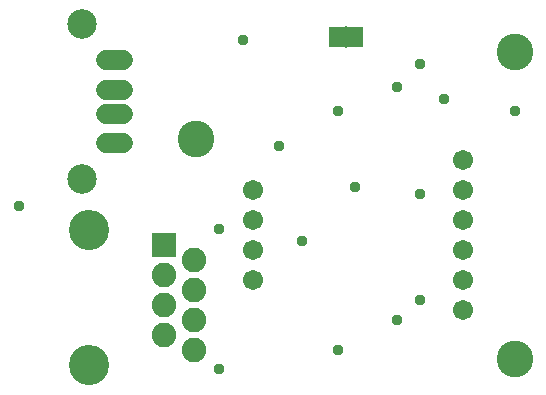
<source format=gbr>
G04 EAGLE Gerber RS-274X export*
G75*
%MOMM*%
%FSLAX34Y34*%
%LPD*%
%INSoldermask Top*%
%IPPOS*%
%AMOC8*
5,1,8,0,0,1.08239X$1,22.5*%
G01*
%ADD10C,3.103200*%
%ADD11C,2.082800*%
%ADD12R,2.082800X2.082800*%
%ADD13C,3.403200*%
%ADD14C,1.711200*%
%ADD15R,1.371600X1.803400*%
%ADD16R,0.152400X1.828800*%
%ADD17C,1.661200*%
%ADD18C,2.503200*%
%ADD19C,0.959600*%


D10*
X200000Y216000D03*
X470000Y290000D03*
X470000Y30000D03*
D11*
X198360Y37250D03*
X172960Y49950D03*
X198360Y62650D03*
X198360Y88050D03*
X198360Y113450D03*
X172960Y75350D03*
X172960Y100750D03*
D12*
X172960Y126150D03*
D13*
X109460Y138850D03*
X109460Y24550D03*
D14*
X248800Y97300D03*
X248800Y122700D03*
X248800Y148100D03*
X248800Y173500D03*
X426600Y71900D03*
X426600Y97300D03*
X426600Y122700D03*
X426600Y148100D03*
X426600Y173500D03*
X426600Y198900D03*
D15*
X319180Y302600D03*
X334420Y302600D03*
D16*
X326800Y302600D03*
D17*
X138370Y257780D02*
X123790Y257780D01*
X123790Y237780D02*
X138370Y237780D01*
X138370Y282780D02*
X123790Y282780D01*
X123790Y212780D02*
X138370Y212780D01*
D18*
X103980Y313480D03*
X103980Y182080D03*
D19*
X370000Y62650D03*
X370000Y260000D03*
X220000Y21430D03*
X220000Y140000D03*
X335000Y176000D03*
X390000Y80000D03*
X390000Y170000D03*
X390000Y280000D03*
X410000Y250000D03*
X320000Y240000D03*
X320000Y37250D03*
X270000Y210000D03*
X240000Y300000D03*
X290000Y130000D03*
X470000Y240000D03*
X50000Y160000D03*
M02*

</source>
